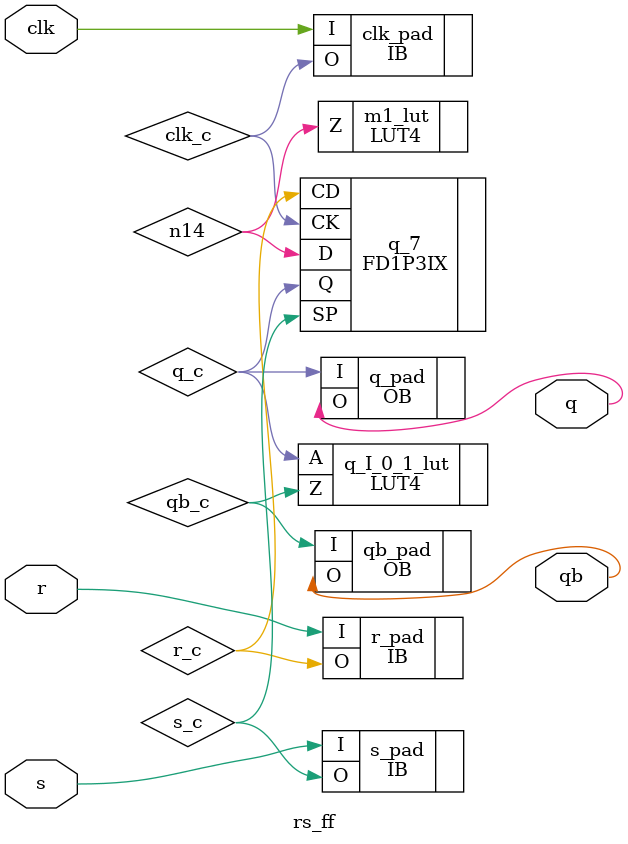
<source format=v>

module rs_ff (clk, r, s, q, qb) /* synthesis syn_module_defined=1 */ ;   // e:/fpgaproject/stepmxo2/swust/10.rs_ff/rs_ff.v(13[8:13])
    input clk;   // e:/fpgaproject/stepmxo2/swust/10.rs_ff/rs_ff.v(15[12:15])
    input r;   // e:/fpgaproject/stepmxo2/swust/10.rs_ff/rs_ff.v(15[16:17])
    input s;   // e:/fpgaproject/stepmxo2/swust/10.rs_ff/rs_ff.v(15[18:19])
    output q;   // e:/fpgaproject/stepmxo2/swust/10.rs_ff/rs_ff.v(16[12:13])
    output qb;   // e:/fpgaproject/stepmxo2/swust/10.rs_ff/rs_ff.v(17[13:15])
    
    wire clk_c /* synthesis is_clock=1, SET_AS_NETWORK=clk_c */ ;   // e:/fpgaproject/stepmxo2/swust/10.rs_ff/rs_ff.v(15[12:15])
    
    wire GND_net, VCC_net, r_c, s_c, q_c, qb_c, n14;
    
    VHI i2 (.Z(VCC_net));
    IB clk_pad (.I(clk), .O(clk_c));   // e:/fpgaproject/stepmxo2/swust/10.rs_ff/rs_ff.v(15[12:15])
    PUR PUR_INST (.PUR(VCC_net));
    defparam PUR_INST.RST_PULSE = 1;
    VLO i18 (.Z(GND_net));
    TSALL TSALL_INST (.TSALL(GND_net));
    OB qb_pad (.I(qb_c), .O(qb));   // e:/fpgaproject/stepmxo2/swust/10.rs_ff/rs_ff.v(17[13:15])
    OB q_pad (.I(q_c), .O(q));   // e:/fpgaproject/stepmxo2/swust/10.rs_ff/rs_ff.v(16[12:13])
    IB r_pad (.I(r), .O(r_c));   // e:/fpgaproject/stepmxo2/swust/10.rs_ff/rs_ff.v(15[16:17])
    IB s_pad (.I(s), .O(s_c));   // e:/fpgaproject/stepmxo2/swust/10.rs_ff/rs_ff.v(15[18:19])
    FD1P3IX q_7 (.D(n14), .SP(s_c), .CD(r_c), .CK(clk_c), .Q(q_c));   // e:/fpgaproject/stepmxo2/swust/10.rs_ff/rs_ff.v(22[7] 30[5])
    defparam q_7.GSR = "ENABLED";
    LUT4 q_I_0_1_lut (.A(q_c), .Z(qb_c)) /* synthesis lut_function=(!(A)) */ ;   // e:/fpgaproject/stepmxo2/swust/10.rs_ff/rs_ff.v(20[13:15])
    defparam q_I_0_1_lut.init = 16'h5555;
    GSR GSR_INST (.GSR(VCC_net));
    LUT4 m1_lut (.Z(n14)) /* synthesis lut_function=1, syn_instantiated=1 */ ;
    defparam m1_lut.init = 16'hffff;
    
endmodule
//
// Verilog Description of module PUR
// module not written out since it is a black-box. 
//

//
// Verilog Description of module TSALL
// module not written out since it is a black-box. 
//


</source>
